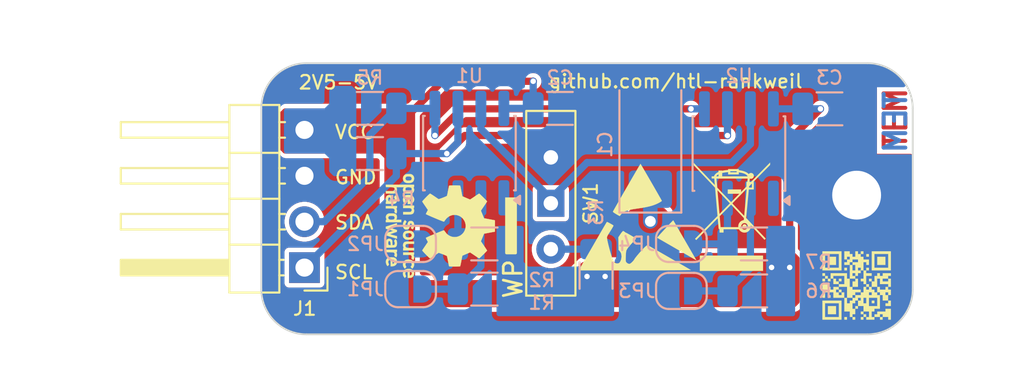
<source format=kicad_pcb>
(kicad_pcb (version 20241229) (generator "pcbnew") (generator_version "9.0")
  (title_block (title "${acronym} - ${title}") (date "${date}") (rev "${revision}") (company "${company}") (comment 1 "${creator}") (comment 2 "${license}"))
  (layers (0 "F.Cu" signal) (2 "B.Cu" signal) (13 "F.Paste" user) (15 "B.Paste" user) (5 "F.SilkS" user "F.Silkscreen") (7 "B.SilkS" user "B.Silkscreen") (1 "F.Mask" user) (3 "B.Mask" user) (25 "Edge.Cuts" user))
  (property "acronym" "TEM")
  (property "company" "HTL-Rankweil")
  (property "creator" "GAR")
  (property "date" "1337-13-37")
  (property "license" "CC BY-NC-SA 4.0")
  (property "link" "github.com/htl-rankweil")
  (property "revision" "1.0")
  (property "title" "TWI/EEPROM Module")
  (net 0 "")
  (net 1 "GND")
  (net 2 "VCC")
  (net 3 "SDA")
  (net 4 "SCL")
  (net 5 "Net-(JP1-B)")
  (net 6 "Net-(JP2-B)")
  (net 8 "Net-(JP3-B)")
  (net 9 "Net-(JP4-B)")
  (net 11 "Net-(SW1-C)")
  (net 12 "WP")
  (footprint "Images:QR_0x007e_very_small" (layer "F.Cu") (at 147.9 87.3)
    (property "Reference" "FID4" (hide yes))
    (property "Value" "QR" (hide yes))
  )
  (footprint "Connector_PinHeader_2.54mm:PinHeader_1x04_P2.54mm_Horizontal" (layer "F.Cu") (at 117.385 86.31 180)
    (property "Reference" "J1" (at -0.015 -2.27 0) (layer "F.SilkS") (effects (font (size 0.75 0.75) (thickness 0.12))))
    (property "Value" "Conn_01x04_Pin" (hide yes))
    (pad "1" thru_hole rect (at 0 0 180) (size 1.7 1.7) (drill 1) (layers "*.Cu" "*.Mask") (net 4 "SCL"))
    (pad "2" thru_hole circle (at 0 2.54 180) (size 1.7 1.7) (drill 1) (layers "*.Cu" "*.Mask") (net 3 "SDA"))
    (pad "3" thru_hole circle (at 0 5.08 180) (size 1.7 1.7) (drill 1) (layers "*.Cu" "*.Mask") (net 1 "GND"))
    (pad "4" thru_hole circle (at 0 7.62 180) (size 1.7 1.7) (drill 1) (layers "*.Cu" "*.Mask") (net 2 "VCC"))
  )
  (footprint "Symbol:WEEE-Logo_4.2x6mm_SilkScreen" (layer "F.Cu") (at 141 83.5)
    (property "Reference" "FID3" (hide yes))
    (property "Value" "BIN" (hide yes))
  )
  (footprint "Symbol:ESD-Logo_6.6x6mm_SilkScreen" (layer "F.Cu") (at 135.8 83.5)
    (property "Reference" "FID1" (hide yes))
    (property "Value" "ESD" (hide yes))
  )
  (footprint "MountingHole:MountingHole_2.7mm_M2.5_DIN965_Pad" (layer "F.Cu") (at 147.9 82.3)
    (property "Reference" "H1" (hide yes))
    (property "Value" "MountingHole_Pad" (hide yes))
    (pad "1" thru_hole circle (at 0 0) (size 4.7 4.7) (drill 2.7) (layers "*.Cu" "*.Mask") (net 1 "GND"))
  )
  (footprint "Symbol:OSHW-Logo_5.7x6mm_SilkScreen" (layer "F.Cu") (at 124.9 84 -90)
    (property "Reference" "FID2" (hide yes))
    (property "Value" "OH" (hide yes))
  )
  (footprint "Button_Switch_THT:SW_Slide-03_Wuerth-WS-SLTV_10x2.5x6.4_P2.54mm" (layer "F.Cu") (at 131 82.75 90)
    (property "Reference" "SW1" (at 0 2.2 90) (layer "F.SilkS") (effects (font (size 0.75 0.75) (thickness 0.12))))
    (property "Value" "SW_Wuerth_450301014042" (hide yes))
    (pad "1" thru_hole rect (at 0 0 90) (size 1.5 1.5) (drill 0.8) (layers "*.Cu" "*.Mask") (net 12 "WP"))
    (pad "2" thru_hole circle (at -2.54 0 90) (size 1.6 1.6) (drill 0.8) (layers "*.Cu" "*.Mask") (net 11 "Net-(SW1-C)"))
    (pad "3" thru_hole circle (at 2.54 0 90) (size 1.6 1.6) (drill 0.8) (layers "*.Cu" "*.Mask") (net 1 "GND"))
  )
  (footprint "Package_SO:SOIC-8_3.9x4.9mm_P1.27mm" (layer "B.Cu") (at 141.395 80 90)
    (property "Reference" "U2" (at 4.3 0.005 180) (layer "B.SilkS") (effects (font (size 0.75 0.75) (thickness 0.12)) (justify mirror)))
    (property "Value" "AT24CM02-SSHM")
    (pad "1" smd roundrect (at -2.475 1.905 90) (size 1.95 0.6) (layers "B.Cu" "B.Mask" "B.Paste"))
    (pad "2" smd roundrect (at -2.475 0.635 90) (size 1.95 0.6) (layers "B.Cu" "B.Mask" "B.Paste") (net 8 "Net-(JP3-B)"))
    (pad "3" smd roundrect (at -2.475 -0.635 90) (size 1.95 0.6) (layers "B.Cu" "B.Mask" "B.Paste") (net 9 "Net-(JP4-B)"))
    (pad "4" smd roundrect (at -2.475 -1.905 90) (size 1.95 0.6) (layers "B.Cu" "B.Mask" "B.Paste") (net 1 "GND"))
    (pad "5" smd roundrect (at 2.475 -1.905 90) (size 1.95 0.6) (layers "B.Cu" "B.Mask" "B.Paste") (net 3 "SDA"))
    (pad "6" smd roundrect (at 2.475 -0.635 90) (size 1.95 0.6) (layers "B.Cu" "B.Mask" "B.Paste") (net 4 "SCL"))
    (pad "7" smd roundrect (at 2.475 0.635 90) (size 1.95 0.6) (layers "B.Cu" "B.Mask" "B.Paste") (net 12 "WP"))
    (pad "8" smd roundrect (at 2.475 1.905 90) (size 1.95 0.6) (layers "B.Cu" "B.Mask" "B.Paste") (net 2 "VCC"))
  )
  (footprint "Package_SO:SOIC-8_3.9x4.9mm_P1.27mm" (layer "B.Cu") (at 126.5 79.975 90)
    (property "Reference" "U1" (at 4.275 0 180) (layer "B.SilkS") (effects (font (size 0.75 0.75) (thickness 0.12)) (justify mirror)))
    (property "Value" "AT24CM02-SSHM")
    (pad "1" smd roundrect (at -2.475 1.905 90) (size 1.95 0.6) (layers "B.Cu" "B.Mask" "B.Paste"))
    (pad "2" smd roundrect (at -2.475 0.635 90) (size 1.95 0.6) (layers "B.Cu" "B.Mask" "B.Paste") (net 5 "Net-(JP1-B)"))
    (pad "3" smd roundrect (at -2.475 -0.635 90) (size 1.95 0.6) (layers "B.Cu" "B.Mask" "B.Paste") (net 6 "Net-(JP2-B)"))
    (pad "4" smd roundrect (at -2.475 -1.905 90) (size 1.95 0.6) (layers "B.Cu" "B.Mask" "B.Paste") (net 1 "GND"))
    (pad "5" smd roundrect (at 2.475 -1.905 90) (size 1.95 0.6) (layers "B.Cu" "B.Mask" "B.Paste") (net 3 "SDA"))
    (pad "6" smd roundrect (at 2.475 -0.635 90) (size 1.95 0.6) (layers "B.Cu" "B.Mask" "B.Paste") (net 4 "SCL"))
    (pad "7" smd roundrect (at 2.475 0.635 90) (size 1.95 0.6) (layers "B.Cu" "B.Mask" "B.Paste") (net 12 "WP"))
    (pad "8" smd roundrect (at 2.475 1.905 90) (size 1.95 0.6) (layers "B.Cu" "B.Mask" "B.Paste") (net 2 "VCC"))
  )
  (footprint "Resistor_SMD:R_1206_3216Metric" (layer "B.Cu") (at 121 80)
    (property "Reference" "R4" (at 1.75 2.5 0) (layer "B.SilkS") (effects (font (size 0.75 0.75) (thickness 0.12)) (justify mirror)))
    (property "Value" "3k3")
    (pad "1" smd roundrect (at -1.4625 0) (size 1.125 1.75) (layers "B.Cu" "B.Mask" "B.Paste") (roundrect_rratio 0.222222) (net 2 "VCC"))
    (pad "2" smd roundrect (at 1.4625 0) (size 1.125 1.75) (layers "B.Cu" "B.Mask" "B.Paste") (roundrect_rratio 0.222222) (net 4 "SCL"))
  )
  (footprint "Resistor_SMD:R_1206_3216Metric" (layer "B.Cu") (at 127.3275 87.5 180)
    (property "Reference" "R1" (at -3.1725 -0.75 0) (layer "B.SilkS") (effects (font (size 0.75 0.75) (thickness 0.12)) (justify mirror)))
    (property "Value" "10k")
    (pad "1" smd roundrect (at -1.4625 0 180) (size 1.125 1.75) (layers "B.Cu" "B.Mask" "B.Paste") (roundrect_rratio 0.222222) (net 2 "VCC"))
    (pad "2" smd roundrect (at 1.4625 0 180) (size 1.125 1.75) (layers "B.Cu" "B.Mask" "B.Paste") (roundrect_rratio 0.222222) (net 5 "Net-(JP1-B)"))
  )
  (footprint "Capacitor_SMD:C_1206_3216Metric" (layer "B.Cu") (at 131.5 77.5)
    (property "Reference" "C2" (at 0 -1.7 0) (layer "B.SilkS") (effects (font (size 0.75 0.75) (thickness 0.12)) (justify mirror)))
    (property "Value" "100n")
    (pad "1" smd roundrect (at -1.475 0) (size 1.15 1.8) (layers "B.Cu" "B.Mask" "B.Paste") (roundrect_rratio 0.217391) (net 2 "VCC"))
    (pad "2" smd roundrect (at 1.475 0) (size 1.15 1.8) (layers "B.Cu" "B.Mask" "B.Paste") (roundrect_rratio 0.217391) (net 1 "GND"))
  )
  (footprint "Capacitor_SMD:C_1206_3216Metric" (layer "B.Cu") (at 146.4 77.525)
    (property "Reference" "C3" (at 0 -1.725 0) (layer "B.SilkS") (effects (font (size 0.75 0.75) (thickness 0.12)) (justify mirror)))
    (property "Value" "100n")
    (pad "1" smd roundrect (at -1.475 0) (size 1.15 1.8) (layers "B.Cu" "B.Mask" "B.Paste") (roundrect_rratio 0.217391) (net 2 "VCC"))
    (pad "2" smd roundrect (at 1.475 0) (size 1.15 1.8) (layers "B.Cu" "B.Mask" "B.Paste") (roundrect_rratio 0.217391) (net 1 "GND"))
  )
  (footprint "Jumper:SolderJumper-2_P1.3mm_Open_RoundedPad1.0x1.5mm" (layer "B.Cu") (at 123.25 87.5)
    (property "Reference" "JP1" (at -2.5 0 180) (layer "B.SilkS") (effects (font (size 0.75 0.75) (thickness 0.12)) (justify mirror)))
    (property "Value" "SolderJumper_2_Open" (hide yes))
    (pad "1" smd custom (at -0.65 0) (size 1 0.5) (layers "B.Cu" "B.Mask") (net 1 "GND") (options (clearance outline) (anchor rect)) (primitives (gr_circle (center 0 -0.25) (end 0.5 -0.25) (width 0) (fill yes)) (gr_circle (center 0 0.25) (end 0.5 0.25) (width 0) (fill yes)) (gr_poly (pts (xy 0.5 -0.75) (xy 0 -0.75) (xy 0 0.75) (xy 0.5 0.75)) (width 0) (fill yes))))
    (pad "2" smd custom (at 0.65 0) (size 1 0.5) (layers "B.Cu" "B.Mask") (net 5 "Net-(JP1-B)") (options (clearance outline) (anchor rect)) (primitives (gr_circle (center 0 -0.25) (end 0.5 -0.25) (width 0) (fill yes)) (gr_circle (center 0 0.25) (end 0.5 0.25) (width 0) (fill yes)) (gr_poly (pts (xy 0 -0.75) (xy -0.5 -0.75) (xy -0.5 0.75) (xy 0 0.75)) (width 0) (fill yes))))
  )
  (footprint "Resistor_SMD:R_1206_3216Metric" (layer "B.Cu") (at 133.5 86.7525 90)
    (property "Reference" "R3" (at 3.5 0 90) (layer "B.SilkS") (effects (font (size 0.75 0.75) (thickness 0.12)) (justify mirror)))
    (property "Value" "10k")
    (pad "1" smd roundrect (at -1.4625 0 90) (size 1.125 1.75) (layers "B.Cu" "B.Mask" "B.Paste") (roundrect_rratio 0.222222) (net 2 "VCC"))
    (pad "2" smd roundrect (at 1.4625 0 90) (size 1.125 1.75) (layers "B.Cu" "B.Mask" "B.Paste") (roundrect_rratio 0.222222) (net 11 "Net-(SW1-C)"))
  )
  (footprint "Jumper:SolderJumper-2_P1.3mm_Open_RoundedPad1.0x1.5mm" (layer "B.Cu") (at 138.215 87.6)
    (property "Reference" "JP3" (at -2.465 0 180) (layer "B.SilkS") (effects (font (size 0.75 0.75) (thickness 0.12)) (justify mirror)))
    (property "Value" "SolderJumper_2_Open" (hide yes))
    (pad "1" smd custom (at -0.65 0) (size 1 0.5) (layers "B.Cu" "B.Mask") (net 1 "GND") (options (clearance outline) (anchor rect)) (primitives (gr_circle (center 0 -0.25) (end 0.5 -0.25) (width 0) (fill yes)) (gr_circle (center 0 0.25) (end 0.5 0.25) (width 0) (fill yes)) (gr_poly (pts (xy 0.5 -0.75) (xy 0 -0.75) (xy 0 0.75) (xy 0.5 0.75)) (width 0) (fill yes))))
    (pad "2" smd custom (at 0.65 0) (size 1 0.5) (layers "B.Cu" "B.Mask") (net 8 "Net-(JP3-B)") (options (clearance outline) (anchor rect)) (primitives (gr_circle (center 0 -0.25) (end 0.5 -0.25) (width 0) (fill yes)) (gr_circle (center 0 0.25) (end 0.5 0.25) (width 0) (fill yes)) (gr_poly (pts (xy 0 -0.75) (xy -0.5 -0.75) (xy -0.5 0.75) (xy 0 0.75)) (width 0) (fill yes))))
  )
  (footprint "Capacitor_Tantalum_SMD:CP_EIA-6032-28_Kemet-C" (layer "B.Cu") (at 136.5 79.5 90)
    (property "Reference" "C1" (at 0 -2.5 90) (layer "B.SilkS") (effects (font (size 0.75 0.75) (thickness 0.12)) (justify mirror)))
    (property "Value" "10u")
    (pad "1" smd roundrect (at -2.47 0 90) (size 2.07 2.39) (layers "B.Cu" "B.Mask" "B.Paste") (roundrect_rratio 0.120773) (net 2 "VCC"))
    (pad "2" smd roundrect (at 2.47 0 90) (size 2.07 2.39) (layers "B.Cu" "B.Mask" "B.Paste") (roundrect_rratio 0.120773) (net 1 "GND"))
  )
  (footprint "Resistor_SMD:R_1206_3216Metric" (layer "B.Cu") (at 142.2275 87.6 180)
    (property "Reference" "R6" (at -3.5725 0 0) (layer "B.SilkS") (effects (font (size 0.75 0.75) (thickness 0.12)) (justify mirror)))
    (property "Value" "10k")
    (pad "1" smd roundrect (at -1.4625 0 180) (size 1.125 1.75) (layers "B.Cu" "B.Mask" "B.Paste") (roundrect_rratio 0.222222) (net 2 "VCC"))
    (pad "2" smd roundrect (at 1.4625 0 180) (size 1.125 1.75) (layers "B.Cu" "B.Mask" "B.Paste") (roundrect_rratio 0.222222) (net 8 "Net-(JP3-B)"))
  )
  (footprint "Jumper:SolderJumper-2_P1.3mm_Open_RoundedPad1.0x1.5mm" (layer "B.Cu") (at 123.25 85)
    (property "Reference" "JP2" (at -2.5 0 0) (layer "B.SilkS") (effects (font (size 0.75 0.75) (thickness 0.12)) (justify mirror)))
    (property "Value" "SolderJumper_2_Open" (hide yes))
    (pad "1" smd custom (at -0.65 0) (size 1 0.5) (layers "B.Cu" "B.Mask") (net 1 "GND") (options (clearance outline) (anchor rect)) (primitives (gr_circle (center 0 -0.25) (end 0.5 -0.25) (width 0) (fill yes)) (gr_circle (center 0 0.25) (end 0.5 0.25) (width 0) (fill yes)) (gr_poly (pts (xy 0.5 -0.75) (xy 0 -0.75) (xy 0 0.75) (xy 0.5 0.75)) (width 0) (fill yes))))
    (pad "2" smd custom (at 0.65 0) (size 1 0.5) (layers "B.Cu" "B.Mask") (net 6 "Net-(JP2-B)") (options (clearance outline) (anchor rect)) (primitives (gr_circle (center 0 -0.25) (end 0.5 -0.25) (width 0) (fill yes)) (gr_circle (center 0 0.25) (end 0.5 0.25) (width 0) (fill yes)) (gr_poly (pts (xy 0 -0.75) (xy -0.5 -0.75) (xy -0.5 0.75) (xy 0 0.75)) (width 0) (fill yes))))
  )
  (footprint "Resistor_SMD:R_1206_3216Metric" (layer "B.Cu") (at 142.2275 85 180)
    (property "Reference" "R7" (at -3.5725 -1 0) (layer "B.SilkS") (effects (font (size 0.75 0.75) (thickness 0.12)) (justify mirror)))
    (property "Value" "10k")
    (pad "1" smd roundrect (at -1.4625 0 180) (size 1.125 1.75) (layers "B.Cu" "B.Mask" "B.Paste") (roundrect_rratio 0.222222) (net 2 "VCC"))
    (pad "2" smd roundrect (at 1.4625 0 180) (size 1.125 1.75) (layers "B.Cu" "B.Mask" "B.Paste") (roundrect_rratio 0.222222) (net 9 "Net-(JP4-B)"))
  )
  (footprint "Jumper:SolderJumper-2_P1.3mm_Open_RoundedPad1.0x1.5mm" (layer "B.Cu") (at 138.215 85)
    (property "Reference" "JP4" (at -2.465 0 180) (layer "B.SilkS") (effects (font (size 0.75 0.75) (thickness 0.12)) (justify mirror)))
    (property "Value" "SolderJumper_2_Open" (hide yes))
    (pad "1" smd custom (at -0.65 0) (size 1 0.5) (layers "B.Cu" "B.Mask") (net 1 "GND") (options (clearance outline) (anchor rect)) (primitives (gr_circle (center 0 -0.25) (end 0.5 -0.25) (width 0) (fill yes)) (gr_circle (center 0 0.25) (end 0.5 0.25) (width 0) (fill yes)) (gr_poly (pts (xy 0.5 -0.75) (xy 0 -0.75) (xy 0 0.75) (xy 0.5 0.75)) (width 0) (fill yes))))
    (pad "2" smd custom (at 0.65 0) (size 1 0.5) (layers "B.Cu" "B.Mask") (net 9 "Net-(JP4-B)") (options (clearance outline) (anchor rect)) (primitives (gr_circle (center 0 -0.25) (end 0.5 -0.25) (width 0) (fill yes)) (gr_circle (center 0 0.25) (end 0.5 0.25) (width 0) (fill yes)) (gr_poly (pts (xy 0 -0.75) (xy -0.5 -0.75) (xy -0.5 0.75) (xy 0 0.75)) (width 0) (fill yes))))
  )
  (footprint "Resistor_SMD:R_1206_3216Metric" (layer "B.Cu") (at 127.3275 85 180)
    (property "Reference" "R2" (at -3.1725 -2 0) (layer "B.SilkS") (effects (font (size 0.75 0.75) (thickness 0.12)) (justify mirror)))
    (property "Value" "10k")
    (pad "1" smd roundrect (at -1.4625 0 180) (size 1.125 1.75) (layers "B.Cu" "B.Mask" "B.Paste") (roundrect_rratio 0.222222) (net 2 "VCC"))
    (pad "2" smd roundrect (at 1.4625 0 180) (size 1.125 1.75) (layers "B.Cu" "B.Mask" "B.Paste") (roundrect_rratio 0.222222) (net 6 "Net-(JP2-B)"))
  )
  (footprint "Resistor_SMD:R_1206_3216Metric" (layer "B.Cu") (at 121 77.5)
    (property "Reference" "R5" (at 0 -1.7 0) (layer "B.SilkS") (effects (font (size 0.75 0.75) (thickness 0.12)) (justify mirror)))
    (property "Value" "3k3")
    (pad "1" smd roundrect (at -1.4625 0) (size 1.125 1.75) (layers "B.Cu" "B.Mask" "B.Paste") (roundrect_rratio 0.222222) (net 2 "VCC"))
    (pad "2" smd roundrect (at 1.4625 0) (size 1.125 1.75) (layers "B.Cu" "B.Mask" "B.Paste") (roundrect_rratio 0.222222) (net 3 "SDA"))
  )
  (gr_rect (start 128.55 82.5) (end 129.05 85.5) (stroke (width 0.15)) (fill yes) (layer "F.SilkS"))
  (gr_arc (start 115 77.5) (mid 115.732233 75.732233) (end 117.5 75) (stroke (width 0.1)) (layer "Edge.Cuts"))
  (gr_line (start 117.5 75) (end 148.5 75) (stroke (width 0.1)) (layer "Edge.Cuts"))
  (gr_line (start 148.5 90) (end 117.5 90) (stroke (width 0.1)) (layer "Edge.Cuts"))
  (gr_arc (start 148.5 75) (mid 150.267767 75.732233) (end 151 77.5) (stroke (width 0.1)) (layer "Edge.Cuts"))
  (gr_arc (start 117.5 90) (mid 115.732233 89.267767) (end 115 87.5) (stroke (width 0.1)) (layer "Edge.Cuts"))
  (gr_line (start 115 77.5) (end 115 87.5) (stroke (width 0.1)) (layer "Edge.Cuts"))
  (gr_line (start 151 87.5) (end 151 77.5) (stroke (width 0.1)) (layer "Edge.Cuts"))
  (gr_arc (start 151 87.5) (mid 150.267767 89.267767) (end 148.5 90) (stroke (width 0.1)) (layer "Edge.Cuts"))
  (gr_text "${acronym}" (at 150.75 79.9 90) (layer "F.Cu") (effects (font (size 1.2 1.2) (thickness 0.22) (bold yes)) (justify left bottom)))
  (gr_text "${acronym}" (at 150.75 80.1 90) (layer "B.Cu") (effects (font (size 1.2 1.2) (thickness 0.22) (bold yes)) (justify right bottom mirror)))
  (gr_text "2V5-5V" (at 117 76.5 0) (layer "F.SilkS") (effects (font (size 0.75 0.75) (thickness 0.12)) (justify left bottom)))
  (gr_text "WP" (at 129.5 88.1 90) (layer "F.SilkS") (effects (font (size 1 1)) (justify left bottom)))
  (gr_text "${link}" (at 137.9 76 0) (layer "F.SilkS") (effects (font (size 0.75 0.75) (thickness 0.12))))
  (gr_text "GND" (at 119 81.75 0) (layer "F.SilkS") (effects (font (size 0.75 0.75) (thickness 0.12)) (justify left bottom)))
  (gr_text "VCC" (at 119 79.25 0) (layer "F.SilkS") (effects (font (size 0.75 0.75) (thickness 0.12)) (justify left bottom)))
  (gr_text "SDA" (at 119 84.25 0) (layer "F.SilkS") (effects (font (size 0.75 0.75) (thickness 0.12)) (justify left bottom)))
  (gr_text "SCL" (at 119 87 0) (layer "F.SilkS") (effects (font (size 0.75 0.75) (thickness 0.12)) (justify left bottom)))
  (segment (start 130 76) (end 130.025 76) (width 0.4) (layer "F.Cu") (net 2))
  (segment (start 144.2 86.3) (end 144.2 79.225) (width 0.4) (layer "F.Cu") (net 2))
  (segment (start 144.2 79.225) (end 145.9 77.525) (width 0.4) (layer "F.Cu") (net 2))
  (segment (start 122.31 78.69) (end 117.385 78.69) (width 0.4) (layer "F.Cu") (net 2))
  (segment (start 130.025 76) (end 125 76) (width 0.4) (layer "F.Cu") (net 2))
  (segment (start 125 76) (end 122.31 78.69) (width 0.4) (layer "F.Cu") (net 2))
  (via (at 134 86.8) (size 0.4) (drill 0.3) (layers "F.Cu" "B.Cu") (net 2))
  (via (at 143.2 86.3) (size 0.4) (drill 0.3) (layers "F.Cu" "B.Cu") (net 2))
  (via (at 145.9 77.525) (size 0.4) (drill 0.3) (layers "F.Cu" "B.Cu") (net 2))
  (via (at 130.025 76) (size 0.4) (drill 0.3) (layers "F.Cu" "B.Cu") (net 2))
  (via (at 133 86.8) (size 0.4) (drill 0.3) (layers "F.Cu" "B.Cu") (net 2))
  (via (at 136.5 83.75) (size 0.8) (drill 0.6) (layers "F.Cu" "B.Cu") (net 2))
  (via (at 144.2 86.3) (size 0.4) (drill 0.3) (layers "F.Cu" "B.Cu") (net 2))
  (segment (start 144.925 77.525) (end 145.9 77.525) (width 0.4) (layer "B.Cu") (net 2))
  (segment (start 130 77.475) (end 130.025 77.5) (width 0.4) (layer "B.Cu") (net 2))
  (segment (start 136.5 81.97) (end 136.5 83.75) (width 0.8) (layer "B.Cu") (net 2))
  (segment (start 130.025 77.5) (end 128.405 77.5) (width 0.4) (layer "B.Cu") (net 2))
  (segment (start 143.3 77.525) (end 144.925 77.525) (width 0.4) (layer "B.Cu") (net 2))
  (segment (start 130.025 76) (end 130.025 77.5) (width 0.4) (layer "B.Cu") (net 2))
  (segment (start 124.595 78.995) (end 126.065 77.525) (width 0.4) (layer "F.Cu") (net 3))
  (segment (start 126.065 77.525) (end 138.75 77.525) (width 0.4) (layer "F.Cu") (net 3))
  (via (at 138.75 77.525) (size 0.4) (drill 0.3) (layers "F.Cu" "B.Cu") (net 3))
  (via (at 124.595 78.995) (size 0.4) (drill 0.3) (layers "F.Cu" "B.Cu") (net 3))
  (segment (start 122.4625 77.5) (end 124.595 77.5) (width 0.4) (layer "B.Cu") (net 3))
  (segment (start 139.49 77.525) (end 138.75 77.525) (width 0.4) (layer "B.Cu") (net 3))
  (segment (start 118.48 83.77) (end 117.385 83.77) (width 0.4) (layer "B.Cu") (net 3))
  (segment (start 124.595 77.5) (end 124.595 78.995) (width 0.4) (layer "B.Cu") (net 3))
  (segment (start 122.4625 77.5) (end 121 78.9625) (width 0.4) (layer "B.Cu") (net 3))
  (segment (start 139.465 77.5) (end 139.49 77.525) (width 0.4) (layer "B.Cu") (net 3))
  (segment (start 121 81.25) (end 118.48 83.77) (width 0.4) (layer "B.Cu") (net 3))
  (segment (start 121 78.9625) (end 121 81.25) (width 0.4) (layer "B.Cu") (net 3))
  (segment (start 126.25 79) (end 140.76 79) (width 0.4) (layer "F.Cu") (net 4))
  (segment (start 125.25 80) (end 126.25 79) (width 0.4) (layer "F.Cu") (net 4))
  (via (at 140.76 79) (size 0.4) (drill 0.3) (layers "F.Cu" "B.Cu") (net 4))
  (via (at 125.25 80) (size 0.4) (drill 0.3) (layers "F.Cu" "B.Cu") (net 4))
  (segment (start 140.76 79) (end 140.76 77.525) (width 0.4) (layer "B.Cu") (net 4))
  (segment (start 125.25 80) (end 125.865 79.385) (width 0.4) (layer "B.Cu") (net 4))
  (segment (start 122.4625 80) (end 122.4625 81.2325) (width 0.4) (layer "B.Cu") (net 4))
  (segment (start 122.4625 80) (end 125.25 80) (width 0.4) (layer "B.Cu") (net 4))
  (segment (start 125.865 79.385) (end 125.865 77.5) (width 0.4) (layer "B.Cu") (net 4))
  (segment (start 122.4625 81.2325) (end 117.385 86.31) (width 0.4) (layer "B.Cu") (net 4))
  (segment (start 127.135 82.45) (end 127.135 86.23) (width 0.4) (layer "B.Cu") (net 5))
  (segment (start 127.135 86.23) (end 125.865 87.5) (width 0.4) (layer "B.Cu") (net 5))
  (segment (start 123.9 87.5) (end 125.865 87.5) (width 0.4) (layer "B.Cu") (net 5))
  (segment (start 123.9 85) (end 125.865 85) (width 0.4) (layer "B.Cu") (net 6))
  (segment (start 125.865 82.45) (end 125.865 85) (width 0.4) (layer "B.Cu") (net 6))
  (segment (start 142.03 82.475) (end 142.03 86.335) (width 0.4) (layer "B.Cu") (net 8))
  (segment (start 142.03 86.335) (end 140.765 87.6) (width 0.4) (layer "B.Cu") (net 8))
  (segment (start 140.765 87.6) (end 138.865 87.6) (width 0.4) (layer "B.Cu") (net 8))
  (segment (start 140.76 84.995) (end 140.765 85) (width 0.4) (layer "B.Cu") (net 9))
  (segment (start 140.765 85) (end 138.865 85) (width 0.4) (layer "B.Cu") (net 9))
  (segment (start 140.76 82.475) (end 140.76 84.995) (width 0.4) (layer "B.Cu") (net 9))
  (segment (start 131.0025 85.0375) (end 131 85.04) (width 0.4) (layer "B.Cu") (net 11))
  (segment (start 133.5 85.29) (end 131 85.29) (width 0.4) (layer "B.Cu") (net 11))
  (segment (start 142.03 79.47) (end 142.03 77.525) (width 0.4) (layer "B.Cu") (net 12))
  (segment (start 133 80.5) (end 141 80.5) (width 0.4) (layer "B.Cu") (net 12))
  (segment (start 131 82.5) (end 131 82.75) (width 0.4) (layer "B.Cu") (net 12))
  (segment (start 127.135 78.635) (end 131 82.5) (width 0.4) (layer "B.Cu") (net 12))
  (segment (start 127.135 77.5) (end 127.135 78.635) (width 0.4) (layer "B.Cu") (net 12))
  (segment (start 141 80.5) (end 142.03 79.47) (width 0.4) (layer "B.Cu") (net 12))
  (segment (start 131 82.5) (end 133 80.5) (width 0.4) (layer "B.Cu") (net 12))
  (zone (net 2) (net_name "VCC") (layer "F.Cu") (priority 3) (connect_pads yes (clearance 0.254)) (min_thickness 0.254) (fill yes (thermal_gap 0.254) (thermal_bridge_width 0.254))
    (polygon (pts (xy 116.25 80) (xy 121.55 80) (xy 121.8 80.25) (xy 121.8 88.05) (xy 122.25 88.5) (xy 144.5 88.5) (xy 144.75 88.25) (xy 144.75 85.75) (xy 144.5 85.5) (xy 137.75 85.5) (xy 137.5 85.25) (xy 137.5 83.25) (xy 137.25 83) (xy 135.5 83) (xy 135.25 83.25) (xy 135.25 85.75) (xy 135 86) (xy 132.75 86) (xy 131.75 87) (xy 123.75 87) (xy 123.5 86.75) (xy 123.5 77.75) (xy 123.25 77.5) (xy 116.25 77.5) (xy 116 77.75) (xy 116 79.75)))
  )
  (zone (net 1) (net_name "GND") (layers "F.Cu" "B.Cu") (connect_pads yes (clearance 0.254)) (min_thickness 0.254) (fill yes (thermal_gap 0.254) (thermal_bridge_width 0.254))
    (polygon (pts (xy 115 75) (xy 151 75) (xy 151 90) (xy 115 90)))
  )
  (zone (net 2) (net_name "VCC") (layer "B.Cu") (priority 1) (connect_pads yes (clearance 0.254)) (min_thickness 0.254) (fill yes (thermal_gap 0.254) (thermal_bridge_width 0.254))
    (polygon (pts (xy 116.25 77.5) (xy 116.25 80) (xy 118.5 80) (xy 118.75 80.25) (xy 118.75 81) (xy 119 81.25) (xy 120 81.25) (xy 120.25 81) (xy 120.25 76.5) (xy 120 76.25) (xy 119 76.25) (xy 118.75 76.5) (xy 118.75 77.25) (xy 118.5 77.5)))
  )
  (zone (net 2) (net_name "VCC") (layer "B.Cu") (priority 2) (connect_pads yes (clearance 0.254)) (min_thickness 0.254) (fill yes (thermal_gap 0.254) (thermal_bridge_width 0.254))
    (polygon (pts (xy 142.9 84) (xy 142.9 89) (xy 144.5 89) (xy 144.5 84)))
  )
  (zone (net 2) (net_name "VCC") (layer "B.Cu") (priority 2) (connect_pads yes (clearance 0.254)) (min_thickness 0.254) (fill yes (thermal_gap 0.254) (thermal_bridge_width 0.254))
    (polygon (pts (xy 128 84) (xy 128 89) (xy 134.5 89) (xy 134.5 86.25) (xy 129.75 86.25) (xy 129.5 86) (xy 129.5 84)))
  )
)
</source>
